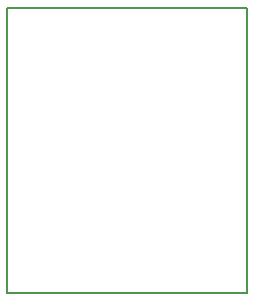
<source format=gm1>
G04 #@! TF.FileFunction,Profile,NP*
%FSLAX46Y46*%
G04 Gerber Fmt 4.6, Leading zero omitted, Abs format (unit mm)*
G04 Created by KiCad (PCBNEW 4.0.7-e0-6372~58~ubuntu16.04.1) date Tue Sep 12 01:36:36 2017*
%MOMM*%
%LPD*%
G01*
G04 APERTURE LIST*
%ADD10C,0.100000*%
%ADD11C,0.150000*%
G04 APERTURE END LIST*
D10*
D11*
X51120000Y-37355000D02*
X51120000Y-13225000D01*
X30800000Y-37355000D02*
X51120000Y-37355000D01*
X30800000Y-13225000D02*
X30800000Y-37355000D01*
X51120000Y-13225000D02*
X30800000Y-13225000D01*
M02*

</source>
